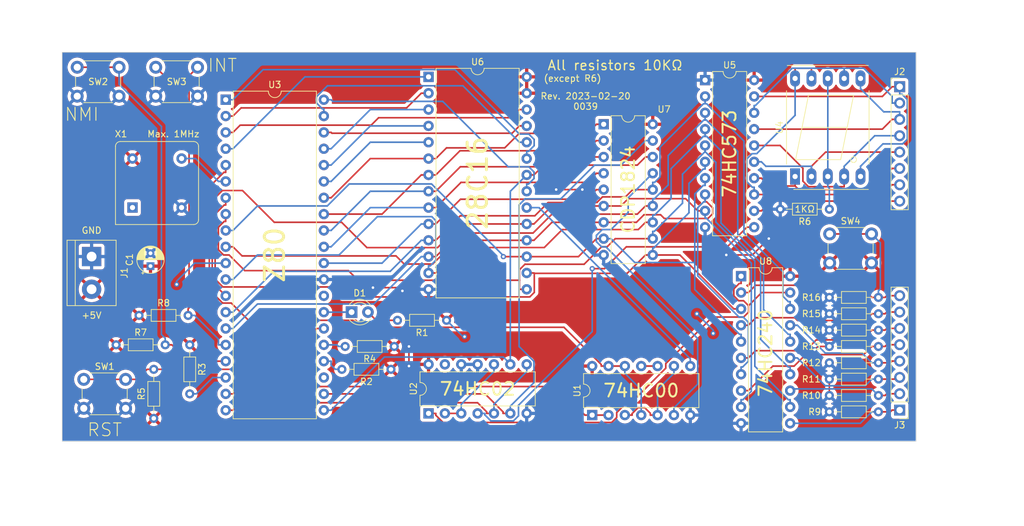
<source format=kicad_pcb>
(kicad_pcb (version 20221018) (generator pcbnew)
  (layers (0 "F.Cu" signal) (31 "B.Cu" signal) (34 "B.Paste" user) (35 "F.Paste" user) (36 "B.SilkS" user "B.Silkscreen") (37 "F.SilkS" user "F.Silkscreen") (38 "B.Mask" user) (39 "F.Mask" user) (44 "Edge.Cuts" user))
  (net 0 "")
  (net 1 "+5V")
  (net 2 "GND")
  (net 3 "Net-(D1-Pad1)")
  (net 4 "Net-(D1-Pad2)")
  (net 5 "DISP_DP")
  (net 6 "DISP_A")
  (net 7 "DISP_B")
  (net 8 "DISP_C")
  (net 9 "DISP_D")
  (net 10 "DISP_E")
  (net 11 "DISP_F")
  (net 12 "Net-(R2-Pad2)")
  (net 13 "Net-(J2-Pad8)")
  (net 14 "Net-(J3-Pad1)")
  (net 15 "Net-(J3-Pad2)")
  (net 16 "Net-(J3-Pad3)")
  (net 17 "Net-(J3-Pad4)")
  (net 18 "Net-(J3-Pad5)")
  (net 19 "Net-(J3-Pad6)")
  (net 20 "Net-(J3-Pad7)")
  (net 21 "Net-(J3-Pad8)")
  (net 22 "NMI")
  (net 23 "INT")
  (net 24 "Net-(R4-Pad2)")
  (net 25 "Net-(R3-Pad2)")
  (net 26 "Net-(R6-Pad1)")
  (net 27 "RST")
  (net 28 "Net-(U1-Pad1)")
  (net 29 "Net-(U1-Pad10)")
  (net 30 "WR")
  (net 31 "MREQ")
  (net 32 "A14")
  (net 33 "A11")
  (net 34 "A12")
  (net 35 "A13")
  (net 36 "A15")
  (net 37 "CLK")
  (net 38 "D4")
  (net 39 "D3")
  (net 40 "D5")
  (net 41 "D6")
  (net 42 "D2")
  (net 43 "D7")
  (net 44 "D0")
  (net 45 "D1")
  (net 46 "Net-(U1-Pad6)")
  (net 47 "Net-(U1-Pad8)")
  (net 48 "RD")
  (net 49 "Net-(U8-Pad1)")
  (net 50 "Net-(U2-Pad10)")
  (net 51 "A0")
  (net 52 "A1")
  (net 53 "A2")
  (net 54 "A3")
  (net 55 "A4")
  (net 56 "A5")
  (net 57 "A6")
  (net 58 "A7")
  (net 59 "A8")
  (net 60 "A9")
  (net 61 "A10")
  (net 63 "IOREQ")
  (net 64 "Net-(U5-Pad11)")
  (footprint "Resistor_THT:R_Axial_DIN0204_L3.6mm_D1.6mm_P7.62mm_Horizontal" (layer "F.Cu") (at 168.91 109.728)
    (fp_text reference "R12")
    (fp_text value "10K")
  )
  (footprint "TerminalBlock:TerminalBlock_bornier-2_P5.08mm" (layer "F.Cu") (at 54.356 93.218 -90)
    (fp_text reference "J1")
    (fp_text value "Screw_Terminal_01x02")
  )
  (footprint "Resistor_THT:R_Axial_DIN0204_L3.6mm_D1.6mm_P7.62mm_Horizontal" (layer "F.Cu") (at 168.91 104.648)
    (fp_text reference "R14")
    (fp_text value "10K")
  )
  (footprint "Resistor_THT:R_Axial_DIN0204_L3.6mm_D1.6mm_P7.62mm_Horizontal" (layer "F.Cu") (at 168.91 85.852 180)
    (fp_text reference "R6")
    (fp_text value "1K")
  )
  (footprint "Resistor_THT:R_Axial_DIN0204_L3.6mm_D1.6mm_P7.62mm_Horizontal" (layer "F.Cu") (at 69.596 106.934 -90)
    (fp_text reference "R3")
    (fp_text value "10K")
  )
  (footprint "Package_DIP:DIP-20_W7.62mm" (layer "F.Cu") (at 149.616 65.791)
    (fp_text reference "U5")
    (fp_text value "74LS573")
  )
  (footprint "Button_Switch_THT:SW_PUSH_6mm_H7.3mm" (layer "F.Cu") (at 52.122 63.79)
    (fp_text reference "SW2")
    (fp_text value "SW_Push_Dual")
  )
  (footprint "Resistor_THT:R_Axial_DIN0204_L3.6mm_D1.6mm_P7.62mm_Horizontal" (layer "F.Cu") (at 168.91 99.568)
    (fp_text reference "R16")
    (fp_text value "10K")
  )
  (footprint "Resistor_THT:R_Axial_DIN0204_L3.6mm_D1.6mm_P7.62mm_Horizontal" (layer "F.Cu") (at 58.166 106.934)
    (fp_text reference "R7")
    (fp_text value "10K")
  )
  (footprint "Resistor_THT:R_Axial_DIN0204_L3.6mm_D1.6mm_P7.62mm_Horizontal" (layer "F.Cu") (at 168.91 114.808)
    (fp_text reference "R10")
    (fp_text value "10K")
  )
  (footprint "Resistor_THT:R_Axial_DIN0204_L3.6mm_D1.6mm_P7.62mm_Horizontal" (layer "F.Cu") (at 168.91 112.268)
    (fp_text reference "R11")
    (fp_text value "10K")
  )
  (footprint "Resistor_THT:R_Axial_DIN0204_L3.6mm_D1.6mm_P7.62mm_Horizontal" (layer "F.Cu") (at 100.838 110.744 180)
    (fp_text reference "R2")
    (fp_text value "10K")
  )
  (footprint "LED_THT:LED_D3.0mm_FlatTop" (layer "F.Cu") (at 94.727 101.854)
    (fp_text reference "D1")
    (fp_text value "LED")
  )
  (footprint "Resistor_THT:R_Axial_DIN0204_L3.6mm_D1.6mm_P7.62mm_Horizontal" (layer "F.Cu") (at 168.91 102.108)
    (fp_text reference "R15")
    (fp_text value "10K")
  )
  (footprint "Resistor_THT:R_Axial_DIN0204_L3.6mm_D1.6mm_P7.62mm_Horizontal" (layer "F.Cu") (at 101.346 107.188 180)
    (fp_text reference "R4")
    (fp_text value "10K")
  )
  (footprint "Package_DIP:DIP-14_W7.62mm" (layer "F.Cu") (at 106.675 117.592 90)
    (fp_text reference "U2")
    (fp_text value "74HC02")
  )
  (footprint "Connector_PinHeader_2.54mm:PinHeader_1x08_P2.54mm_Vertical" (layer "F.Cu") (at 179.832 66.817)
    (fp_text reference "J2")
    (fp_text value "Conn_01x08_Female")
  )
  (footprint "Package_DIP:DIP-14_W7.62mm" (layer "F.Cu") (at 132.08 117.856 90)
    (fp_text reference "U1")
    (fp_text value "74HC00")
  )
  (footprint "Resistor_THT:R_Axial_DIN0204_L3.6mm_D1.6mm_P7.62mm_Horizontal" (layer "F.Cu") (at 109.474 103.124 180)
    (fp_text reference "R1")
    (fp_text value "10K")
  )
  (footprint "Resistor_THT:R_Axial_DIN0204_L3.6mm_D1.6mm_P7.62mm_Horizontal" (layer "F.Cu") (at 168.91 107.188)
    (fp_text reference "R13")
    (fp_text value "10K")
  )
  (footprint "Package_DIP:DIP-40_W15.24mm" (layer "F.Cu") (at 75.179 68.839)
    (fp_text reference "U3")
    (fp_text value "Z80CPU")
  )
  (footprint "Button_Switch_THT:SW_PUSH_6mm_H7.3mm" (layer "F.Cu") (at 64.314 63.79)
    (fp_text reference "SW3")
    (fp_text value "SW_Push_Dual")
  )
  (footprint "Package_DIP:DIP-18_W7.62mm" (layer "F.Cu") (at 133.868 72.654)
    (fp_text reference "U7")
    (fp_text value "CDP1824")
  )
  (footprint "Connector_PinHeader_2.54mm:PinHeader_1x08_P2.54mm_Vertical" (layer "F.Cu") (at 179.832 117.079 180)
    (fp_text reference "J3")
    (fp_text value "Conn_01x08_Female")
  )
  (footprint "Capacitor_THT:CP_Radial_D4.0mm_P2.00mm" (layer "F.Cu") (at 63.5 94.6986 90)
    (fp_text reference "C1")
    (fp_text value "100µF")
  )
  (footprint "Display_7Segment:7SegmentLED_LTS6760_LTS6780" (layer "F.Cu") (at 163.592 80.772 90)
    (fp_text reference "U4")
    (fp_text value "SM420561N")
  )
  (footprint "Resistor_THT:R_Axial_DIN0204_L3.6mm_D1.6mm_P7.62mm_Horizontal" (layer "F.Cu") (at 168.91 117.348)
    (fp_text reference "R9")
    (fp_text value "10K")
  )
  (footprint "Package_DIP:DIP-28_W15.24mm" (layer "F.Cu") (at 106.675 65.288)
    (fp_text reference "U6")
    (fp_text value "28C256")
  )
  (footprint "Resistor_THT:R_Axial_DIN0204_L3.6mm_D1.6mm_P7.62mm_Horizontal" (layer "F.Cu") (at 61.722 102.362)
    (fp_text reference "R8")
    (fp_text value "10K")
  )
  (footprint "Button_Switch_THT:SW_PUSH_6mm_H7.3mm" (layer "F.Cu") (at 168.962 89.698)
    (fp_text reference "SW4")
    (fp_text value "SW_Push_Dual")
  )
  (footprint "Resistor_THT:R_Axial_DIN0204_L3.6mm_D1.6mm_P7.62mm_Horizontal" (layer "F.Cu") (at 64.008 118.364 90)
    (fp_text reference "R5")
    (fp_text value "10K")
  )
  (footprint "Package_DIP:DIP-20_W7.62mm" (layer "F.Cu") (at 155.204 96.271)
    (fp_text reference "U8")
    (fp_text value "74HC240")
  )
  (footprint "Oscillator:Oscillator_DIP-8" (layer "F.Cu") (at 60.706 85.598)
    (fp_text reference "X1")
    (fp_text value "CXO_DIP8")
  )
  (footprint "Button_Switch_THT:SW_PUSH_6mm_H7.3mm" (layer "F.Cu") (at 53.138 112.304)
    (fp_text reference "SW1")
    (fp_text value "SW_Push_Dual")
  )
  (gr_rect (start 49.784 61.468) (end 182.372 121.92) (stroke (width 0.1)) (fill none) (layer "Edge.Cuts"))
  (gr_text "NMI" (at 52.832 71.12) (layer "F.SilkS") (effects (font (size 2 2))))
  (gr_text "(except R6)" (at 129.032 65.532) (layer "F.SilkS") (effects (font (size 1 1))))
  (gr_text "GND" (at 54.356 89.154) (layer "F.SilkS") (effects (font (size 1 1))))
  (gr_text "Max. 1MHz" (at 67.056 74.168) (layer "F.SilkS") (effects (font (size 1 1))))
  (gr_text "CDP1824" (at 137.668 82.804 90) (layer "F.SilkS") (effects (font (size 2 2) (thickness 0.3))))
  (gr_text "+5V" (at 54.356 102.362) (layer "F.SilkS") (effects (font (size 1 1))))
  (gr_text "74HC573" (at 153.416 77.216 90) (layer "F.SilkS") (effects (font (size 2 2) (thickness 0.3))))
  (gr_text "28C16" (at 114.3 81.788 90) (layer "F.SilkS") (effects (font (size 3 3) (thickness 0.45))))
  (gr_text "INT" (at 74.676 63.5) (layer "F.SilkS") (effects (font (size 2 2))))
  (gr_text "74HC240" (at 159.004 108.204 90) (layer "F.SilkS") (effects (font (size 2 2) (thickness 0.3))))
  (gr_text "Z80" (at 82.804 92.964 90) (layer "F.SilkS") (effects (font (size 3 3) (thickness 0.45))))
  (gr_text "RST" (at 56.388 120.142) (layer "F.SilkS") (effects (font (size 2 2))))
  (gr_text "1KΩ" (at 165.1 85.852) (layer "F.SilkS") (effects (font (size 1 1))))
  (gr_text "Rev. 2023-02-20\n0039" (at 131.064 69.088) (layer "F.SilkS") (effects (font (size 1 1))))
  (gr_text "All resistors 10KΩ" (at 135.636 63.5) (layer "F.SilkS") (effects (font (size 1.5 1.5) (thickness 0.2))))
  (gr_text "74HC00" (at 139.705 114.056) (layer "F.SilkS") (effects (font (size 2 2) (thickness 0.3))))
  (gr_text "74HC02" (at 114.3 113.792) (layer "F.SilkS") (effects (font (size 2 2) (thickness 0.3))))
  (via (at 150.876 105.156) (size 0.8) (drill 0.4) (layers "F.Cu" "B.Cu") (net 1))
  (via (at 112.268 105.664) (size 0.8) (drill 0.4) (layers "F.Cu" "B.Cu") (net 1))
  (via (at 67.564 97.536) (size 0.8) (drill 0.4) (layers "F.Cu" "B.Cu") (net 1))
  (via (at 148.336 102.108) (size 0.8) (drill 0.4) (layers "F.Cu" "B.Cu") (net 1))
  (segment (start 109.474 103.124) (end 112.014 105.664) (width 0.25) (layer "B.Cu") (net 1))
  (segment (start 70.353 94.239) (end 75.179 94.239) (width 0.25) (layer "B.Cu") (net 1))
  (segment (start 150.876 104.648) (end 150.876 105.156) (width 0.25) (layer "B.Cu") (net 1))
  (segment (start 67.564 97.536) (end 67.564 97.028) (width 0.25) (layer "B.Cu") (net 1))
  (segment (start 112.014 105.664) (end 112.268 105.664) (width 0.25) (layer "B.Cu") (net 1))
  (segment (start 67.564 97.028) (end 70.353 94.239) (width 0.25) (layer "B.Cu") (net 1))
  (segment (start 148.336 102.108) (end 150.876 104.648) (width 0.25) (layer "B.Cu") (net 1))
  (segment (start 167.132 107.188) (end 166.624 107.696) (width 0.25) (layer "F.Cu") (net 2))
  (segment (start 98.044 98.044) (end 102.108 98.044) (width 0.25) (layer "F.Cu") (net 2))
  (segment (start 102.108 98.044) (end 102.616 98.552) (width 0.25) (layer "F.Cu") (net 2))
  (segment (start 103.632 107.188) (end 103.632 110.236) (width 0.25) (layer "F.Cu") (net 2))
  (segment (start 168.91 112.268) (end 168.91 114.808) (width 0.25) (layer "F.Cu") (net 2))
  (segment (start 130.556 82.804) (end 126.492 82.804) (width 0.25) (layer "F.Cu") (net 2))
  (segment (start 156.972 92.964) (end 159.512 90.424) (width 0.25) (layer "F.Cu") (net 2))
  (segment (start 168.91 107.188) (end 167.132 107.188) (width 0.25) (layer "F.Cu") (net 2))
  (segment (start 152.908 92.964) (end 156.972 92.964) (width 0.25) (layer "F.Cu") (net 2))
  (via (at 159.512 90.424) (size 0.8) (drill 0.4) (layers "F.Cu" "B.Cu") (net 2))
  (via (at 98.044 98.044) (size 0.8) (drill 0.4) (layers "F.Cu" "B.Cu") (net 2))
  (via (at 103.632 107.188) (size 0.8) (drill 0.4) (layers "F.Cu" "B.Cu") (net 2))
  (via (at 166.624 107.696) (size 0.8) (drill 0.4) (layers "F.Cu" "B.Cu") (net 2))
  (via (at 103.632 110.236) (size 0.8) (drill 0.4) (layers "F.Cu" "B.Cu") (net 2))
  (via (at 126.492 82.804) (size 0.8) (drill 0.4) (layers "F.Cu" "B.Cu") (net 2))
  (via (at 102.616 98.552) (size 0.8) (drill 0.4) (layers "F.Cu" "B.Cu") (net 2))
  (via (at 130.556 82.804) (size 0.8) (drill 0.4) (layers "F.Cu" "B.Cu") (net 2))
  (via (at 152.908 92.964) (size 0.8) (drill 0.4) (layers "F.Cu" "B.Cu") (net 2))
  (segment (start 94.727 101.854) (end 93.5019 101.854) (width 0.25) (layer "B.Cu") (net 3))
  (segment (start 93.4969 101.859) (end 93.5019 101.854) (width 0.25) (layer "B.Cu") (net 3))
  (segment (start 90.419 101.859) (end 93.4969 101.859) (width 0.25) (layer "B.Cu") (net 3))
  (segment (start 98.537 103.124) (end 97.267 101.854) (width 0.25) (layer "F.Cu") (net 4))
  (segment (start 101.854 103.124) (end 98.537 103.124) (width 0.25) (layer "F.Cu") (net 4))
  (segment (start 178.6569 66.817) (end 177.1429 68.331) (width 0.25) (layer "F.Cu") (net 5))
  (segment (start 177.1429 68.331) (end 157.236 68.331) (width 0.25) (layer "F.Cu") (net 5))
  (segment (start 179.832 66.817) (end 178.6569 66.817) (width 0.25) (layer "F.Cu") (net 5))
  (segment (start 180.1992 67.9921) (end 181.0211 68.814) (width 0.25) (layer "B.Cu") (net 5))
  (segment (start 180.2941 75.707) (end 177.2299 75.707) (width 0.25) (layer "B.Cu") (net 5))
  (segment (start 179.832 66.817) (end 179.832 67.9921) (width 0.25) (layer "B.Cu") (net 5))
  (segment (start 181.0211 74.98) (end 180.2941 75.707) (width 0.25) (layer "B.Cu") (net 5))
  (segment (start 179.832 67.9921) (end 180.1992 67.9921) (width 0.25) (layer "B.Cu") (net 5))
  (segment (start 173.752 80.772) (end 173.752 79.1849) (width 0.25) (layer "B.Cu") (net 5))
  (segment (start 181.0211 68.814) (end 181.0211 74.98) (width 0.25) (layer "B.Cu") (net 5))
  (segment (start 177.2299 75.707) (end 173.752 79.1849) (width 0.25) (layer "B.Cu") (net 5))
  (segment (start 163.1332 63.9449) (end 158.6508 68.4273) (width 0.25) (layer "B.Cu") (net 6))
  (segment (start 158.6508 68.5198) (end 157.4247 69.7459) (width 0.25) (layer "B.Cu") (net 6))
  (segment (start 171.212 65.532) (end 171.212 64.0574) (width 0.25) (layer "B.Cu") (net 6))
  (segment (start 158.6508 68.4273) (end 158.6508 68.5198) (width 0.25) (layer "B.Cu") (net 6))
  (segment (start 171.212 63.9449) (end 163.1332 63.9449) (width 0.25) (layer "B.Cu") (net 6))
  (segment (start 178.6569 68.3288) (end 174.273 63.9449) (width 0.25) (layer "B.Cu") (net 6))
  (segment (start 157.4247 69.7459) (end 157.236 69.7459) (width 0.25) (layer "B.Cu") (net 6))
  (segment (start 178.6569 69.357) (end 178.6569 68.3288) (width 0.25) (layer "B.Cu") (net 6))
  (segment (start 157.236 70.871) (end 157.236 69.7459) (width 0.25) (layer "B.Cu") (net 6))
  (segment (start 171.212 64.0574) (end 171.212 63.9449) (width 0.25) (layer "B.Cu") (net 6))
  (segment (start 179.832 69.357) (end 178.6569 69.357) (width 0.25) (layer "B.Cu") (net 6))
  (segment (start 174.273 63.9449) (end 171.212 63.9449) (width 0.25) (layer "B.Cu") (net 6))
  (segment (start 177.1429 73.411) (end 178.6569 71.897) (width 0.25) (layer "F.Cu") (net 7))
  (segment (start 179.832 71.897) (end 178.6569 71.897) (width 0.25) (layer "F.Cu") (net 7))
  (segment (start 157.236 73.411) (end 177.1429 73.411) (width 0.25) (layer "F.Cu") (net 7))
  (segment (start 179.832 70.7219) (end 177.3548 70.7219) (width 0.25) (layer "B.Cu") (net 7))
  (segment (start 179.832 71.897) (end 179.832 70.7219) (width 0.25) (layer "B.Cu") (net 7))
  (segment (start 173.752 65.532) (end 173.752 67.1191) (width 0.25) (layer "B.Cu") (net 7))
  (segment (start 177.3548 70.7219) (end 173.752 67.1191) (width 0.25) (layer "B.Cu") (net 7))
  (segment (start 165.6704 82.3591) (end 164.8048 81.4935) (width 0.25) (layer "F.Cu") (net 8))
  (segment (start 164.8048 81.4935) (end 164.8048 79.4918) (width 0.25) (layer "F.Cu") (net 8))
  (segment (start 164.8048 79.4918) (end 161.264 75.951) (width 0.25) (layer "F.Cu") (net 8))
  (segment (start 161.264 75.951) (end 157.236 75.951) (width 0.25) (layer "F.Cu") (net 8))
  (segment (start 171.212 82.3591) (end 165.6704 82.3591) (width 0.25) (layer "F.Cu") (net 8))
  (segment (start 171.212 80.772) (end 171.212 82.3591) (width 0.25) (layer "F.Cu") (net 8))
  (segment (start 179.832 74.437) (end 175.9599 74.437) (width 0.25) (layer "B.Cu") (net 8))
  (segment (start 175.9599 74.437) (end 171.212 79.1849) (width 0.25) (layer "B.Cu") (net 8))
  (segment (start 171.212 80.772) (end 171.212 79.1849) (width 0.25) (layer "B.Cu") (net 8))
  (segment (start 166.132 80.772) (end 166.132 79.1849) (width 0.25) (layer "F.Cu") (net 9))
  (segment (start 179.832 76.977) (end 168.3399 76.977) (width 0.25) (layer "F.Cu") (net 9))
  (segment (start 168.3399 76.977) (end 166.132 79.1849) (width 0.25) (layer "F.Cu") (net 9))
  (segment (start 159.055 79.1849) (end 158.3611 78.491) (width 0.25) (layer "B.Cu") (net 9))
  (segment (start 166.132 80.772) (end 166.132 79.1849) (width 0.25) (layer "B.Cu") (net 9))
  (segment (start 157.236 78.491) (end 158.3611 78.491) (width 0.25) (layer "B.Cu") (net 9))
  (segment (start 166.132 79.1849) (end 159.055 79.1849) (width 0.25) (layer "B.Cu") (net 9))
  (segment (start 179.832 79.517) (end 178.6569 79.517) (width 0.25) (layer "F.Cu") (net 10))
  (segment (start 163.592 82.2465) (end 164.1547 82.8092) (width 0.25) (layer "F.Cu") (net 10))
  (segment (start 158.3611 81.031) (end 159.5766 82.2465) (width 0.25) (layer "F.Cu") (net 10))
  (segment (start 159.5766 82.2465) (end 163.592 82.2465) (width 0.25) (layer "F.Cu") (net 10))
  (segment (start 175.3647 82.8092) (end 178.6569 79.517) (width 0.25) (layer "F.Cu") (net 10))
  (segment (start 163.592 80.772) (end 163.592 82.2465) (width 0.25) (layer "F.Cu") (net 10))
  (segment (start 164.1547 82.8092) (end 175.3647 82.8092) (width 0.25) (layer "F.Cu") (net 10))
  (segment (start 157.236 81.031) (end 158.3611 81.031) (width 0.25) (layer "F.Cu") (net 10))
  (segment (start 163.592 65.532) (end 163.592 63.9449) (width 0.25) (layer "F.Cu") (net 11))
  (segment (start 166.132 65.532) (end 166.132 63.9449) (width 0.25) (layer "F.Cu") (net 11))
  (segment (start 177.1429 83.571) (end 157.236 83.571) (width 0.25) (layer "F.Cu") (net 11))
  (segment (start 179.832 82.057) (end 178.6569 82.057) (width 0.25) (layer "F.Cu") (net 11))
  (segment (start 178.6569 82.057) (end 177.1429 83.571) (width 0.25) (layer "F.Cu") (net 11))
  (segment (start 163.592 63.9449) (end 166.132 63.9449) (width 0.25) (layer "F.Cu") (net 11))
  (segment (start 157.236 83.571) (end 157.236 82.4459) (width 0.25) (layer "B.Cu") (net 11))
  (segment (start 156.1018 81.593) (end 156.1018 78.0301) (width 0.25) (layer "B.Cu") (net 11))
  (segment (start 163.592 71.265) (end 163.592 65.532) (width 0.25) (layer "B.Cu") (net 11))
  (segment (start 157.236 82.4459) (end 156.9547 82.4459) (width 0.25) (layer "B.Cu") (net 11))
  (segment (start 156.9109 77.221) (end 157.636 77.221) (width 0.25) (layer "B.Cu") (net 11))
  (segment (start 156.9547 82.4459) (end 156.1018 81.593) (width 0.25) (layer "B.Cu") (net 11))
  (segment (start 156.1018 78.0301) (end 156.9109 77.221) (width 0.25) (layer "B.Cu") (net 11))
  (segment (start 157.636 77.221) (end 163.592 71.265) (width 0.25) (layer "B.Cu") (net 11))
  (segment (start 91.5441 109.479) (end 91.5441 110.0952) (width 0.25) (layer "B.Cu") (net 12))
  (segment (start 93.218 110.744) (end 92.1929 110.744) (width 0.25) (layer "B.Cu") (net 12))
  (segment (start 91.5441 110.0952) (end 92.1929 110.744) (width 0.25) (layer "B.Cu") (net 12))
  (segment (start 90.419 109.479) (end 91.5441 109.479) (width 0.25) (layer "B.Cu") (net 12))
  (segment (start 159.8751 84.597) (end 158.3611 86.111) (width 0.25) (layer "F.Cu") (net 13))
  (segment (start 157.236 86.111) (end 158.3611 86.111) (width 0.25) (layer "F.Cu") (net 13))
  (segment (start 179.832 84.597) (end 159.8751 84.597) (width 0.25) (layer "F.Cu") (net 13))
  (segment (start 178.3879 117.348) (end 178.6569 117.079) (width 0.25) (layer "F.Cu") (net 14))
  (segment (start 179.832 117.079) (end 178.6569 117.079) (width 0.25) (layer "F.Cu") (net 14))
  (segment (start 176.53 117.348) (end 178.3879 117.348) (width 0.25) (layer "F.Cu") (net 14))
  (segment (start 162.824 119.131) (end 173.7219 119.131) (width 0.25) (layer "B.Cu") (net 14))
  (segment (start 173.7219 119.131) (end 175.5049 117.348) (width 0.25) (layer "B.Cu") (net 14))
  (segment (start 176.53 117.348) (end 175.5049 117.348) (width 0.25) (layer "B.Cu") (net 14))
  (segment (start 176.53 114.808) (end 177.5551 114.808) (width 0.25) (layer "F.Cu") (net 15))
  (segment (start 179.832 114.539) (end 177.8241 114.539) (width 0.25) (layer "F.Cu") (net 15))
  (segment (start 177.8241 114.539) (end 177.5551 114.808) (width 0.25) (layer "F.Cu") (net 15))
  (segment (start 175.505 113.783) (end 176.53 114.808) (width 0.25) (layer "B.Cu") (net 15))
  (segment (start 163.092 113.783) (end 175.505 113.783) (width 0.25) (layer "B.Cu") (net 15))
  (segment (start 162.824 114.051) (end 163.092 113.783) (width 0.25) (layer "B.Cu") (net 15))
  (segment (start 179.832 111.999) (end 179.2445 111.999) (width 0.25) (layer "F.Cu") (net 16))
  (segment (start 178.9755 112.268) (end 179.2445 111.999) (width 0.25) (layer "F.Cu") (net 16))
  (segment (start 176.53 112.268) (end 177.5551 112.268) (width 0.25) (layer "F.Cu") (net 16))
  (segment (start 177.5551 112.268) (end 178.9755 112.268) (width 0.25) (layer "F.Cu") (net 16))
  (segment (start 174.4776 113.2953) (end 175.5049 112.268) (width 0.25) (layer "B.Cu") (net 16))
  (segment (start 162.824 108.971) (end 163.9491 108.971) (width 0.25) (layer "B.Cu") (net 16))
  (segment (start 168.2734 113.2953) (end 174.4776 113.2953) (width 0.25) (layer "B.Cu") (net 16))
  (segment (start 176.53 112.268) (end 175.5049 112.268) (width 0.25) (layer "B.Cu") (net 16))
  (segment (start 163.9491 108.971) (end 168.2734 113.2953) (width 0.25) (layer "B.Cu") (net 16))
  (segment (start 178.3879 109.728) (end 178.6569 109.459) (width 0.25) (layer "F.Cu") (net 17))
  (segment (start 179.832 109.459) (end 178.6569 109.459) (width 0.25) (layer "F.Cu") (net 17))
  (segment (start 176.53 109.728) (end 178.3879 109.728) (width 0.25) (layer "F.Cu") (net 17))
  (segment (start 176.53 109.728) (end 175.5049 109.728) (width 0.25) (layer "B.Cu") (net 17))
  (segment (start 173.9901 108.2132) (end 175.5049 109.728) (width 0.25) (layer "B.Cu") (net 17))
  (segment (start 162.824 103.891) (end 163.9491 103.891) (width 0.25) (layer "B.Cu") (net 17))
  (segment (start 168.2713 108.2132) (end 173.9901 108.2132) (width 0.25) (layer "B.Cu") (net 17))
  (segment (start 163.9491 103.891) (end 168.2713 108.2132) (width 0.25) (layer "B.Cu") (net 17))
  (segment (start 177.8241 106.919) (end 177.5551 107.188) (width 0.25) (layer "F.Cu") (net 18))
  (segment (start 163.4439 110.241) (end 165.2269 108.458) (width 0.25) (layer "F.Cu") (net 18))
  (segment (start 160.1391 110.241) (end 163.4439 110.241) (width 0.25) (layer "F.Cu") (net 18))
  (segment (start 179.832 106.919) (end 177.8241 106.919) (width 0.25) (layer "F.Cu") (net 18))
  (segment (start 174.2349 108.458) (end 175.5049 107.188) (width 0.25) (layer "F.Cu") (net 18))
  (segment (start 176.53 107.188) (end 177.5551 107.188) (width 0.25) (layer "F.Cu") (net 18))
  (segment (start 165.2269 108.458) (end 174.2349 108.458) (width 0.25) (layer "F.Cu") (net 18))
  (segment (start 156.3291 114.051) (end 160.1391 110.241) (width 0.25) (layer "F.Cu") (net 18))
  (segment (start 155.204 114.051) (end 156.3291 114.051) (width 0.25) (layer "F.Cu") (net 18))
  (segment (start 176.53 107.188) (end 175.5049 107.188) (width 0.25) (layer "F.Cu") (net 18))
  (segment (start 179.832 104.379) (end 177.8241 104.379) (width 0.25) (layer "F.Cu") (net 19))
  (segment (start 156.3291 108.971) (end 157.4542 107.8459) (width 0.25) (layer "F.Cu") (net 19))
  (segment (start 176.53 104.648) (end 177.5551 104.648) (width 0.25) (layer "F.Cu") (net 19))
  (segment (start 173.9901 106.1628) (end 175.5049 104.648) (width 0.25) (layer "F.Cu") (net 19))
  (segment (start 157.4542 107.8459) (end 165.2023 107.8459) (width 0.25) (layer "F.Cu") (net 19))
  (segment (start 166.8854 106.1628) (end 173.9901 106.1628) (width 0.25) (layer "F.Cu") (net 19))
  (segment (start 177.8241 104.379) (end 177.5551 104.648) (width 0.25) (layer "F.Cu") (net 19))
  (segment (start 165.2023 107.8459) (end 166.8854 106.1628) (width 0.25) (layer "F.Cu") (net 19))
  (segment (start 176.53 104.648) (end 175.5049 104.648) (width 0.25) (layer "F.Cu") (net 19))
  (segment (start 155.204 108.971) (end 156.3291 108.971) (width 0.25) (layer "F.Cu") (net 19))
  (segment (start 176.53 102.108) (end 177.5551 102.108) (width 0.25) (layer "F.Cu") (net 20))
  (segment (start 155.204 103.891) (end 156.3291 103.891) (width 0.25) (layer "F.Cu") (net 20))
  (segment (start 174.4602 103.1527) (end 175.5049 102.108) (width 0.25) (layer "F.Cu") (net 20))
  (segment (start 163.9687 103.1527) (end 174.4602 103.1527) (width 0.25) (layer "F.Cu") (net 20))
  (segment (start 179.832 101.839) (end 177.8241 101.839) (width 0.25) (layer "F.Cu") (net 20))
  (segment (start 163.5386 102.7226) (end 163.9687 103.1527) (width 0.25) (layer "F.Cu") (net 20))
  (segment (start 157.4975 102.7226) (end 163.5386 102.7226) (width 0.25) (layer "F.Cu") (net 20))
  (segment (start 176.53 102.108) (end 175.5049 102.108) (width 0.25) (layer "F.Cu") (net 20))
  (segment (start 177.8241 101.839) (end 177.5551 102.108) (width 0.25) (layer "F.Cu") (net 20))
  (segment (start 156.3291 103.891) (end 157.4975 102.7226) (width 0.25) (layer "F.Cu") (net 20))
  (segment (start 156.3291 98.811) (end 157.462 97.6781) (width 0.25) (layer "F.Cu") (net 21))
  (segment (start 177.8241 99.299) (end 177.5551 99.568) (width 0.25) (layer "F.Cu") (net 21))
  (segment (start 168.962 89.698) (end 175.462 89.698) (width 0.25) (layer "F.Cu") (net 21))
  (segment (start 176.53 99.568) (end 177.5551 99.568) (width 0.25) (layer "F.Cu") (net 21))
  (segment (start 155.204 98.811) (end 156.3291 98.811) (width 0.25) (layer "F.Cu") (net 21))
  (segment (start 173.615 97.6781) (end 175.5049 99.568) (width 0.25) (layer "F.Cu") (net 21))
  (segment (start 176.53 99.568) (end 175.5049 99.568) (width 0.25) (layer "F.Cu") (net 21))
  (segment (start 179.832 99.299) (end 177.8241 99.299) (width 0.25) (layer "F.Cu") (net 21))
  (segment (start 157.462 97.6781) (end 173.615 97.6781) (width 0.25) (layer "F.Cu") (net 21))
  (segment (start 175.462 89.698) (end 176.8258 91.0618) (width 0.25) (layer "B.Cu") (net 21))
  (segment (start 176.8258 91.0618) (end 176.8258 98.2471) (width 0.25) (layer "B.Cu") (net 21))
  (segment (start 176.8258 98.2471) (end 176.53 98.5429) (width 0.25) (layer "B.Cu") (net 21))
  (segment (start 176.53 99.568) (end 176.53 98.5429) (width 0.25) (layer "B.Cu") (net 21))
  (segment (start 75.179 109.479) (end 69.3561 109.479) (width 0.25) (layer "F.Cu") (net 22))
  (segment (start 69.3561 109.479) (end 66.8111 106.934) (width 0.25) (layer "F.Cu") (net 22))
  (segment (start 58.622 63.79) (end 52.122 63.79) (width 0.25) (layer "F.Cu") (net 22))
  (segment (start 65.786 106.934) (end 66.8111 106.934) (width 0.25) (layer "F.Cu") (net 22))
  (segment (start 65.1994 72.9932) (end 58.622 66.4158) (width 0.25) (layer "B.Cu") (net 22))
  (segment (start 65.1994 105.3223) (end 65.1994 72.9932) (width 0.25) (layer "B.Cu") (net 22))
  (segment (start 65.786 105.9089) (end 65.1994 105.3223) (width 0.25) (layer "B.Cu") (net 22))
  (segment (start 65.786 106.934) (end 65.786 105.9089) (width 0.25) (layer "B.Cu") (net 22))
  (segment (start 58.622 66.4158) (end 58.622 63.79) (width 0.25) (layer "B.Cu") (net 22))
  (segment (start 69.342 102.362) (end 69.342 101.3369) (width 0.25) (layer "F.Cu") (net 23))
  (segment (start 69.4887 65.1153) (end 70.814 63.79) (width 0.25) (layer "F.Cu") (net 23))
  (segment (start 69.4887 65.1153) (end 65.6393 65.1153) (width 0.25) (layer "F.Cu") (net 23))
  (segment (start 69.342 101.3369) (end 69.4887 101.1902) (width 0.25) (layer "F.Cu") (net 23))
  (segment (start 69.4887 101.1902) (end 69.4887 65.1153) (width 0.25) (layer "F.Cu") (net 23))
  (segment (start 65.6393 65.1153) (end 64.314 63.79) (width 0.25) (layer "F.Cu") (net 23))
  (segment (start 70.3671 102.362) (end 74.0539 106.0488) (width 0.25) (layer "B.Cu") (net 23))
  (segment (start 75.179 106.939) (end 74.0539 106.939) (width 0.25) (layer "B.Cu") (net 23))
  (segment (start 69.342 102.362) (end 70.3671 102.362) (width 0.25) (layer "B.Cu") (net 23))
  (segment (start 74.0539 106.0488) (end 74.0539 106.939) (width 0.25) (layer "B.Cu") (net 23))
  (segment (start 93.726 107.188) (end 92.7009 107.188) (width 0.25) (layer "B.Cu") (net 24))
  (segment (start 90.419 106.939) (end 92.4519 106.939) (width 0.25) (layer "B.Cu") (net 24))
  (segment (start 92.4519 106.939) (end 92.7009 107.188) (width 0.25) (layer "B.Cu") (net 24))
  (segment (start 73.1561 112.019) (end 70.6211 114.554) (width 0.25) (layer "B.Cu") (net 25))
  (segment (start 69.596 114.554) (end 70.6211 114.554) (width 0.25) (layer "B.Cu") (net 25))
  (segment (start 75.179 112.019) (end 73.1561 112.019) (width 0.25) (layer "B.Cu") (net 25))
  (segment (start 168.91 85.852) (end 168.91 82.5971) (width 0.25) (layer "B.Cu") (net 26))
  (segment (start 168.672 80.772) (end 168.672 82.3591) (width 0.25) (layer "B.Cu") (net 26))
  (segment (start 168.91 82.5971) (end 168.672 82.3591) (width 0.25) (layer "B.Cu") (net 26))
  (segment (start 168.672 65.532) (end 168.672 80.772) (width 0.25) (layer "B.Cu") (net 26))
  (segment (start 64.008 110.744) (end 82.9489 110.744) (width 0.25) (layer "F.Cu") (net 27))
  (segment (start 53.138 112.304) (end 59.638 112.304) (width 0.25) (layer "F.Cu") (net 27))
  (segment (start 61.4229 112.304) (end 62.9829 110.744) (width 0.25) (layer "F.Cu") (net 27))
  (segment (start 59.638 112.304) (end 61.4229 112.304) (width 0.25) (layer "F.Cu") (net 27))
  (segment (start 82.9489 110.744) (end 89.2939 104.399) (width 0.25) (layer "F.Cu") (net 27))
  (segment (start 90.419 104.399) (end 89.2939 104.399) (width 0.25) (layer "F.Cu") (net 27))
  (segment (start 64.008 110.744) (end 62.9829 110.744) (width 0.25) (layer "F.Cu") (net 27))
  (segment (start 77.4435 113.4196) (end 126.5185 113.4196) (width 0.25) (layer "F.Cu") (net 28))
  (segment (start 126.5185 113.4196) (end 130.9549 117.856) (width 0.25) (layer "F.Cu") (net 28))
  (segment (start 75.179 114.559) (end 76.3041 114.559) (width 0.25) (layer "F.Cu") (net 28))
  (segment (start 132.08 117.856) (end 130.9549 117.856) (width 0.25) (layer "F.Cu") (net 28))
  (segment (start 76.3041 114.559) (end 77.4435 113.4196) (width 0.25) (layer "F.Cu") (net 28))
  (segment (start 134.62 117.856) (end 132.08 117.856) (width 0.25) (layer "F.Cu") (net 28))
  (segment (start 139.7 110.236) (end 142.24 110.236) (width 0.25) (layer "F.Cu") (net 29))
  (segment (start 90.419 114.559) (end 115.45 114.559) (width 0.25) (layer "F.Cu") (net 30))
  (segment (start 119.375 117.592) (end 118.2499 117.592) (width 0.25) (layer "F.Cu") (net 30))
  (segment (start 118.2499 117.3589) (end 118.2499 117.592) (width 0.25) (layer "F.Cu") (net 30))
  (segment (start 115.45 114.559) (end 118.2499 117.3589) (width 0.25) (layer "F.Cu") (net 30))
  (segment (start 119.375 116.4669) (end 123.045 112.7969) (width 0.25) (layer "B.Cu") (net 30))
  (segment (start 141.488 75.194) (end 140.3629 75.194) (width 0.25) (layer "B.Cu") (net 30))
  (segment (start 121.6766 84.2459) (end 127.2074 84.2459) (width 0.25) (layer "B.Cu") (net 30))
  (segment (start 127.2074 84.2459) (end 132.4493 79.004) (width 0.25) (layer "B.Cu") (net 30))
  (segment (start 136.5529 79.004) (end 140.3629 75.194) (width 0.25) (layer "B.Cu") (net 30))
  (segment (start 123.045 109.5026) (end 120.7353 107.1929) (width 0.25) (layer "B.Cu") (net 30))
  (segment (start 120.7353 107.1929) (end 120.7353 85.1872) (width 0.25) (layer "B.Cu") (net 30))
  (segment (start 132.4493 79.004) (end 136.5529 79.004) (width 0.25) (layer "B.Cu") (net 30))
  (segment (start 120.7353 85.1872) (end 121.6766 84.2459) (width 0.25) (layer "B.Cu") (net 30))
  (segment (start 123.045 112.7969) (end 123.045 109.5026) (width 0.25) (layer "B.Cu") (net 30))
  (segment (start 119.375 117.592) (end 119.375 116.4669) (width 0.25) (layer "B.Cu") (net 30))
  (segment (start 140.253 116.7128) (end 139.1951 116.7128) (width 0.25) (layer "F.Cu") (net 31))
  (segment (start 139.1951 116.7128) (end 138.2851 117.6228) (width 0.25) (layer "F.Cu") (net 31))
  (segment (start 137.16 117.856) (end 138.2851 117.856) (width 0.25) (layer "F.Cu") (net 31))
  (segment (start 138.2851 117.6228) (end 138.2851 117.856) (width 0.25) (layer "F.Cu") (net 31))
  (segment (start 142.24 117.856) (end 141.1149 117.856) (width 0.25) (layer "F.Cu") (net 31))
  (segment (start 141.1149 117.856) (end 141.1149 117.5747) (width 0.25) (layer "F.Cu") (net 31))
  (segment (start 141.1149 117.5747) (end 140.253 116.7128) (width 0.25) (layer "F.Cu") (net 31))
  (segment (start 144.78 110.236) (end 144.78 111.3611) (width 0.25) (layer "B.Cu") (net 31))
  (segment (start 144.78 111.3611) (end 142.24 113.9011) (width 0.25) (layer "B.Cu") (net 31))
  (segment (start 142.24 113.9011) (end 142.24 117.856) (width 0.25) (layer "B.Cu") (net 31))
  (segment (start 87.4751 65.288) (end 106.675 65.288) (width 0.25) (layer "B.Cu") (net 32))
  (segment (start 76.3041 76.459) (end 87.4751 65.288) (width 0.25) (layer "B.Cu") (net 32))
  (segment (start 75.179 76.459) (end 76.3041 76.459) (width 0.25) (layer "B.Cu") (net 32))
  (segment (start 110.7746 64.1628) (end 80.9803 64.1628) (width 0.25) (layer "B.Cu") (net 33))
  (segment (start 121.915 76.8629) (end 122.1963 76.8629) (width 0.25) (layer "B.Cu") (net 33))
  (segment (start 122.1963 76.8629) (end 123.074 75.9852) (width 0.25) (layer "B.Cu") (net 33))
  (segment (start 120.7898 74.178) (end 110.7746 64.1628) (width 0.25) (layer "B.Cu") (net 33))
  (segment (start 80.9803 64.1628) (end 76.3041 68.839) (width 0.25) (layer "B.Cu") (net 33))
  (segment (start 123.074 75.0074) (end 122.2446 74.178) (width 0.25) (layer "B.Cu") (net 33))
  (segment (start 123.074 75.9852) (end 123.074 75.0074) (width 0.25) (layer "B.Cu") (net 33))
  (segment (start 122.2446 74.178) (end 120.7898 74.178) (width 0.25) (layer "B.Cu") (net 33))
  (segment (start 75.179 68.839) (end 76.3041 68.839) (width 0.25) (layer "B.Cu") (net 33))
  (segment (start 121.915 77.988) (end 121.915 76.8629) (width 0.25) (layer "B.Cu") (net 33))
  (segment (start 103.2689 70.109) (end 77.5741 70.109) (width 0.25) (layer "F.Cu") (net 34))
  (segment (start 106.675 67.828) (end 105.5499 67.828) (width 0.25) (layer "F.Cu") (net 34))
  (segment (start 77.5741 70.109) (end 76.3041 71.379) (width 0.25) (layer "F.Cu") (net 34))
  (segment (start 105.5499 67.828) (end 103.2689 70.109) (width 0.25) (layer "F.Cu") (net 34))
  (segment (start 75.179 71.379) (end 76.3041 71.379) (width 0.25) (layer "F.Cu") (net 34))
  (segment (start 97.7674 72.7939) (end 98.9233 71.638) (width 0.25) (layer "F.Cu") (net 35))
  (segment (start 121.915 70.368) (end 120.7899 70.368) (width 0.25) (layer "F.Cu") (net 35))
  (segment (start 76.3041 73.919) (end 77.4292 72.7939) (width 0.25) (layer "F.Cu") (net 35))
  (segment (start 75.179 73.919) (end 76.3041 73.919) (width 0.25) (layer "F.Cu") (net 35))
  (segment (start 98.9233 71.638) (end 119.5199 71.638) (width 0.25) (layer "F.Cu") (net 35))
  (segment (start 119.5199 71.638) (end 120.7899 70.368) (width 0.25) (layer "F.Cu") (net 35))
  (segment (start 77.4292 72.7939) (end 97.7674 72.7939) (width 0.25) (layer "F.Cu") (net 35))
  (segment (start 72.6357 98.3756) (end 74.7043 100.4442) (width 0.25) (layer "F.Cu") (net 36))
  (segment (start 75.179 80.1241) (end 74.8977 80.1241) (width 0.25) (layer "F.Cu") (net 36))
  (segment (start 134.62 110.236) (end 137.16 110.236) (width 0.25) (layer "F.Cu") (net 36))
  (segment (start 96.4708 104.212) (end 127.704 104.212) (width 0.25) (layer "F.Cu") (net 36))
  (segment (start 78.7197 103.1238) (end 95.3826 103.1238) (width 0.25) (layer "F.Cu") (net 36))
  (segment (start 76.0401 100.4442) (end 78.7197 103.1238) (width 0.25) (layer "F.Cu") (net 36))
  (segment (start 74.7043 100.4442) (end 76.0401 100.4442) (width 0.25) (layer "F.Cu") (net 36))
  (segment (start 74.8977 80.1241) (end 72.6357 82.3861) (width 0.25) (layer "F.Cu") (net 36))
  (segment (start 75.179 78.999) (end 75.179 80.1241) (width 0.25) (layer "F.Cu") (net 36))
  (segment (start 133.4949 110.0029) (end 133.4949 110.236) (width 0.25) (layer "F.Cu") (net 36))
  (segment (start 134.62 110.236) (end 133.4949 110.236) (width 0.25) (layer "F.Cu") (net 36))
  (segment (start 127.704 104.212) (end 133.4949 110.0029) (width 0.25) (layer "F.Cu") (net 36))
  (segment (start 72.6357 82.3861) (end 72.6357 98.3756) (width 0.25) (layer "F.Cu") (net 36))
  (segment (start 95.3826 103.1238) (end 96.4708 104.212) (width 0.25) (layer "F.Cu") (net 36))
  (segment (start 137.16 111.3611) (end 139.7 113.9011) (width 0.25) (layer "B.Cu") (net 36))
  (segment (start 139.7 113.9011) (end 139.7 117.856) (width 0.25) (layer "B.Cu") (net 36))
  (segment (start 137.16 110.236) (end 137.16 111.3611) (width 0.25) (layer "B.Cu") (net 36))
  (segment (start 70.4929 77.978) (end 74.0539 81.539) (width 0.25) (layer "B.Cu") (net 37))
  (segment (start 68.326 77.978) (end 70.4929 77.978) (width 0.25) (layer "B.Cu") (net 37))
  (segment (start 75.179 81.539) (end 74.0539 81.539) (width 0.25) (layer "B.Cu") (net 37))
  (segment (start 141.488 92.974) (end 140.3629 92.974) (width 0.25) (layer "F.Cu") (net 38))
  (segment (start 73.5359 86.614) (end 73.5359 96.7315) (width 0.25) (layer "F.Cu") (net 38))
  (segment (start 123.0981 95.826) (end 137.5109 95.826) (width 0.25) (layer "F.Cu") (net 38))
  (segment (start 74.9458 85.2041) (end 73.5359 86.614) (width 0.25) (layer "F.Cu") (net 38))
  (segment (start 75.179 84.079) (end 75.179 85.2041) (width 0.25) (layer "F.Cu") (net 38))
  (segment (start 121.915 95.768) (end 123.0401 95.768) (width 0.25) (layer "F.Cu") (net 38))
  (segment (start 123.0981 95.826) (end 123.0401 95.768) (width 0.25) (layer "F.Cu") (net 38))
  (segment (start 75.179 85.2041) (end 74.9458 85.2041) (width 0.25) (layer "F.Cu") (net 38))
  (segment (start 137.5109 95.826) (end 140.3629 92.974) (width 0.25) (layer "F.Cu") (net 38))
  (segment (start 91.8014 97.939) (end 93.3504 99.488) (width 0.25) (layer "F.Cu") (net 38))
  (segment (start 74.7434 97.939) (end 91.8014 97.939) (width 0.25) (layer "F.Cu") (net 38))
  (segment (start 122.395 99.488) (end 123.0981 98.7849) (width 0.25) (layer "F.Cu") (net 38))
  (segment (start 73.5359 96.7315) (end 74.7434 97.939) (width 0.25) (layer "F.Cu") (net 38))
  (segment (start 123.0981 98.7849) (end 123.0981 95.826) (width 0.25) (layer "F.Cu") (net 38))
  (segment (start 145.7019 92.974) (end 141.488 92.974) (width 0.25) (layer "F.Cu") (net 38))
  (segment (start 155.204 101.351) (end 154.0789 101.351) (width 0.25) (layer "F.Cu") (net 38))
  (segment (start 93.3504 99.488) (end 122.395 99.488) (width 0.25) (layer "F.Cu") (net 38))
  (segment (start 154.0789 101.351) (end 145.7019 92.974) (width 0.25) (layer "F.Cu") (net 38))
  (segment (start 147.1146 81.8362) (end 147.1146 86.4116) (width 0.25) (layer "B.Cu") (net 38))
  (segment (start 141.6773 91.8489) (end 141.488 91.8489) (width 0.25) (layer "B.Cu") (net 38))
  (segment (start 149.616 79.6161) (end 149.3347 79.6161) (width 0.25) (layer "B.Cu") (net 38))
  (segment (start 141.488 92.974) (end 141.488 91.8489) (width 0.25) (layer "B.Cu") (net 38))
  (segment (start 149.616 78.491) (end 149.616 79.6161) (width 0.25) (layer "B.Cu") (net 38))
  (segment (start 149.3347 79.6161) (end 147.1146 81.8362) (width 0.25) (layer "B.Cu") (net 38))
  (segment (start 147.1146 86.4116) (end 141.6773 91.8489) (width 0.25) (layer "B.Cu") (net 38))
  (segment (start 94.2278 95.3987) (end 78.1387 95.3987) (width 0.25) (layer "F.Cu") (net 39))
  (segment (start 133.538 91.704) (end 130.8321 94.4099) (width 0.25) (layer "F.Cu") (net 39))
  (segment (start 74.9524 87.7441) (end 75.179 87.7441) (width 0.25) (layer "F.Cu") (net 39))
  (segment (start 135.668 90.434) (end 134.398 91.704) (width 0.25) (layer "F.Cu") (net 39))
  (segment (start 74.0422 88.6543) (end 74.9524 87.7441) (width 0.25) (layer "F.Cu") (net 39))
  (segment (start 74.0422 92.1638) (end 74.0422 88.6543) (width 0.25) (layer "F.Cu") (net 39))
  (segment (start 78.1387 95.3987) (end 75.709 92.969) (width 0.25) (layer "F.Cu") (net 39))
  (segment (start 120.7899 96.8956) (end 95.7247 96.8956) (width 0.25) (layer "F.Cu") (net 39))
  (segment (start 130.8321 94.4099) (end 121.6443 94.4099) (width 0.25) (layer "F.Cu") (net 39))
  (segment (start 75.709 92.969) (end 74.8474 92.969) (width 0.25) (layer "F.Cu") (net 39))
  (segment (start 141.488 90.434) (end 135.668 90.434) (width 0.25) (layer "F.Cu") (net 39))
  (segment (start 121.6443 94.4099) (end 120.7899 95.2643) (width 0.25) (layer "F.Cu") (net 39))
  (segment (start 74.8474 92.969) (end 74.0422 92.1638) (width 0.25) (layer "F.Cu") (net 39))
  (segment (start 120.7899 95.2643) (end 120.7899 96.8956) (width 0.25) (layer "F.Cu") (net 39))
  (segment (start 134.398 91.704) (end 133.538 91.704) (width 0.25) (layer "F.Cu") (net 39))
  (segment (start 75.179 86.619) (end 75.179 87.7441) (width 0.25) (layer "F.Cu") (net 39))
  (segment (start 95.7247 96.8956) (end 94.2278 95.3987) (width 0.25) (layer "F.Cu") (net 39))
  (segment (start 120.7899 96.8956) (end 120.7899 98.308) (width 0.25) (layer "F.Cu") (net 39))
  (segment (start 121.915 98.308) (end 120.7899 98.308) (width 0.25) (layer "F.Cu") (net 39))
  (segment (start 162.824 116.591) (end 162.824 115.4659) (width 0.25) (layer "B.Cu") (net 39))
  (segment (start 162.5427 115.4659) (end 157.3411 110.2643) (width 0.25) (layer "B.Cu") (net 39))
  (segment (start 149.616 75.951) (end 149.616 76.8996) (width 0.25) (layer "B.Cu") (net 39))
  (segment (start 146.1097 80.4059) (end 146.1097 84.9203) (width 0.25) (layer "B.Cu") (net 39))
  (segment (start 157.3411 93.9024) (end 151.2975 87.8588) (width 0.25) (layer "B.Cu") (net 39))
  (segment (start 151.2975 78.5811) (end 149.616 76.8996) (width 0.25) (layer "B.Cu") (net 39))
  (segment (start 149.616 76.8996) (end 146.1097 80.4059) (width 0.25) (layer "B.Cu") (net 39))
  (segment (start 141.488 90.434) (end 141.488 89.3089) (width 0.25) (layer "B.Cu") (net 39))
  (segment (start 162.824 115.4659) (end 162.5427 115.4659) (width 0.25) (layer "B.Cu") (net 39))
  (segment (start 157.3411 110.2643) (end 157.3411 93.9024) (width 0.25) (layer "B.Cu") (net 39))
  (segment (start 141.7211 89.3089) (end 141.488 89.3089) (width 0.25) (layer "B.Cu") (net 39))
  (segment (start 146.1097 84.9203) (end 141.7211 89.3089) (width 0.25) (layer "B.Cu") (net 39))
  (segment (start 151.2975 87.8588) (end 151.2975 78.5811) (width 0.25) (layer "B.Cu") (net 39))
  (segment (start 129.9489 93.228) (end 121.915 93.228) (width 0.25) (layer "F.Cu") (net 40))
  (segment (start 132.7429 90.434) (end 129.9489 93.228) (width 0.25) (layer "F.Cu") (net 40))
  (segment (start 121.915 93.228) (end 118.2926 93.228) (width 0.25) (layer "F.Cu") (net 40))
  (segment (start 133.868 90.434) (end 132.7429 90.434) (width 0.25) (layer "F.Cu") (net 40))
  (via (at 118.2926 93.228) (size 0.8) (drill 0.4) (layers "F.Cu" "B.Cu") (net 40))
  (segment (start 76.3041 89.159) (end 80.1141 85.349) (width 0.25) (layer "B.Cu") (net 40))
  (segment (start 133.868 90.434) (end 134.9931 90.434) (width 0.25) (layer "B.Cu") (net 40))
  (segment (start 155.204 106.431) (end 155.204 105.3059) (width 0.25) (layer "B.Cu") (net 40))
  (segment (start 118.2926 93.0812) (end 118.2926 93.228) (width 0.25) (layer "B.Cu") (net 40))
  (segment (start 107.14 81.9286) (end 118.2926 93.0812) (width 0.25) (layer "B.Cu") (net 40))
  (segment (start 148.0148 83.476) (end 148.0148 94.1402) (width 0.25) (layer "B.Cu") (net 40))
  (segment (start 148.0148 98.3499) (end 154.9708 105.3059) (width 0.25) (layer "B.Cu") (net 40))
  (segment (start 148.0148 94.1402) (end 138.6993 94.1402) (width 0.25) (layer "B.Cu") (net 40))
  (segment (start 154.9708 105.3059) (end 155.204 105.3059) (width 0.25) (layer "B.Cu") (net 40))
  (segment (start 149.616 81.031) (end 149.616 82.1561) (width 0.25) (layer "B.Cu") (net 40))
  (segment (start 75.179 89.159) (end 76.3041 89.159) (width 0.25) (layer "B.Cu") (net 40))
  (segment (start 90.949 85.349) (end 94.3694 81.9286) (width 0.25) (layer "B.Cu") (net 40))
  (segment (start 80.1141 85.349) (end 90.949 85.349) (width 0.25) (layer "B.Cu") (net 40))
  (segment (start 149.616 82.1561) (end 149.3347 82.1561) (width 0.25) (layer "B.Cu") (net 40))
  (segment (start 148.0148 94.1402) (end 148.0148 98.3499) (width 0.25) (layer "B.Cu") (net 40))
  (segment (start 138.6993 94.1402) (end 134.9931 90.434) (width 0.25) (layer "B.Cu") (net 40))
  (segment (start 149.3347 82.1561) (end 148.0148 83.476) (width 0.25) (layer "B.Cu") (net 40))
  (segment (start 94.3694 81.9286) (end 107.14 81.9286) (width 0.25) (layer "B.Cu") (net 40))
  (segment (start 140.1283 86.7186) (end 138.9529 87.894) (width 0.25) (layer "F.Cu") (net 41))
  (segment (start 150.7882 85.6352) (end 150.7882 86.5704) (width 0.25) (layer "F.Cu") (net 41))
  (segment (start 75.179 91.699) (end 76.3041 91.699) (width 0.25) (layer "F.Cu") (net 41))
  (segment (start 111.015 90.688) (end 107.3234 94.3796) (width 0.25) (layer "F.Cu") (net 41))
  (segment (start 143.2874 87.2982) (end 142.7078 86.7186) (width 0.25) (layer "F.Cu") (net 41))
  (segment (start 107.3234 94.3796) (end 102.8914 94.3796) (width 0.25) (layer "F.Cu") (net 41))
  (segment (start 121.915 90.688) (end 111.015 90.688) (width 0.25) (layer "F.Cu") (net 41))
  (segment (start 138.9529 87.894) (end 133.868 87.894) (width 0.25) (layer "F.Cu") (net 41))
  (segment (start 121.915 90.688) (end 123.0401 90.688) (width 0.25) (layer "F.Cu") (net 41))
  (segment (start 150.7882 86.5704) (end 150.0604 87.2982) (width 0.25) (layer "F.Cu") (net 41))
  (segment (start 133.868 87.894) (end 125.8341 87.894) (width 0.25) (layer "F.Cu") (net 41))
  (segment (start 149.616 84.6961) (end 149.8491 84.6961) (width 0.25) (layer "F.Cu") (net 41))
  (segment (start 102.8914 94.3796) (end 101.6256 93.1138) (width 0.25) (layer "F.Cu") (net 41))
  (segment (start 142.7078 86.7186) (end 140.1283 86.7186) (width 0.25) (layer "F.Cu") (net 41))
  (segment (start 101.6256 93.1138) (end 77.7189 93.1138) (width 0.25) (layer "F.Cu") (net 41))
  (segment (start 125.8341 87.894) (end 123.0401 90.688) (width 0.25) (layer "F.Cu") (net 41))
  (segment (start 150.0604 87.2982) (end 143.2874 87.2982) (width 0.25) (layer "F.Cu") (net 41))
  (segment (start 149.616 83.571) (end 149.616 84.6961) (width 0.25) (layer "F.Cu") (net 41))
  (segment (start 149.8491 84.6961) (end 150.7882 85.6352) (width 0.25) (layer "F.Cu") (net 41))
  (segment (start 77.7189 93.1138) (end 76.3041 91.699) (width 0.25) (layer "F.Cu") (net 41))
  (segment (start 155.5315 102.621) (end 154.8819 102.621) (width 0.25) (layer "B.Cu") (net 41))
  (segment (start 148.4649 96.204) (end 148.4649 85.6416) (width 0.25) (layer "B.Cu") (net 41))
  (segment (start 148.4649 85.6416) (end 149.4104 84.6961) (width 0.25) (layer "B.Cu") (net 41))
  (segment (start 155.204 111.511) (end 155.204 110.3859) (width 0.25) (layer "B.Cu") (net 41))
  (segment (start 154.8819 102.621) (end 148.4649 96.204) (width 0.25) (layer "B.Cu") (net 41))
  (segment (start 156.3291 109.4936) (end 156.3291 103.4186) (width 0.25) (layer "B.Cu") (net 41))
  (segment (start 155.4368 110.3859) (end 156.3291 109.4936) (width 0.25) (layer "B.Cu") (net 41))
  (segment (start 156.3291 103.4186) (end 155.5315 102.621) (width 0.25) (layer "B.Cu") (net 41))
  (segment (start 149.4104 84.6961) (end 149.616 84.6961) (width 0.25) (layer "B.Cu") (net 41))
  (segment (start 155.204 110.3859) (end 155.4368 110.3859) (width 0.25) (layer "B.Cu") (net 41))
  (segment (start 149.616 83.571) (end 149.616 84.6961) (width 0.25) (layer "B.Cu") (net 41))
  (segment (start 139.2378 89.0191) (end 127.4402 89.0191) (width 0.25) (layer "F.Cu") (net 42))
  (segment (start 140.3629 87.894) (end 139.2378 89.0191) (width 0.25) (layer "F.Cu") (net 42))
  (segment (start 106.675 95.768) (end 107.8001 95.768) (width 0.25) (layer "F.Cu") (net 42))
  (segment (start 141.488 87.894) (end 140.3629 87.894) (width 0.25) (layer "F.Cu") (net 42))
  (segment (start 111.7549 91.8132) (end 107.8001 95.768) (width 0.25) (layer "F.Cu") (net 42))
  (segment (start 124.6461 91.8132) (end 111.7549 91.8132) (width 0.25) (layer "F.Cu") (net 42))
  (segment (start 127.4402 89.0191) (end 124.6461 91.8132) (width 0.25) (layer "F.Cu") (net 42))
  (segment (start 141.7694 86.7689) (end 144.3361 84.2022) (width 0.25) (layer "B.Cu") (net 42))
  (segment (start 98.7344 87.0145) (end 92.7799 92.969) (width 0.25) (layer "B.Cu") (net 42))
  (segment (start 149.3524 74.5361) (end 149.616 74.5361) (width 0.25) (layer "B.Cu") (net 42))
  (segment (start 106.675 94.6429) (end 106.9563 94.6429) (width 0.25) (layer "B.Cu") (net 42))
  (segment (start 149.8491 74.5361) (end 152.088 76.775) (width 0.25) (layer "B.Cu") (net 42))
  (segment (start 75.179 96.779) (end 76.3041 96.779) (width 0.25) (layer "B.Cu") (net 42))
  (segment (start 141.488 86.7689) (end 141.7694 86.7689) (width 0.25) (layer "B.Cu") (net 42))
  (segment (start 162.824 111.511) (end 162.824 110.3859) (width 0.25) (layer "B.Cu") (net 42))
  (segment (start 106.675 95.768) (end 106.675 94.6429) (width 0.25) (layer "B.Cu") (net 42))
  (segment (start 80.1141 92.969) (end 76.3041 96.779) (width 0.25) (layer "B.Cu") (net 42))
  (segment (start 141.488 87.894) (end 141.488 86.7689) (width 0.25) (layer "B.Cu") (net 42))
  (segment (start 107.1845 87.0145) (end 98.7344 87.0145) (width 0.25) (layer "B.Cu") (net 42))
  (segment (start 106.9563 94.6429) (end 107.8033 93.7959) (width 0.25) (layer "B.Cu") (net 42))
  (segment (start 152.088 76.775) (end 152.088 88.0125) (width 0.25) (layer "B.Cu") (net 42))
  (segment (start 144.3361 79.5524) (end 149.3524 74.5361) (width 0.25) (layer "B.Cu") (net 42))
  (segment (start 158.2412 106.0844) (end 162.5427 110.3859) (width 0.25) (layer "B.Cu") (net 42))
  (segment (start 144.3361 84.2022) (end 144.3361 79.5524) (width 0.25) (layer "B.Cu") (net 42))
  (segment (start 149.616 74.5361) (end 149.8491 74.5361) (width 0.25) (layer "B.Cu") (net 42))
  (segment (start 152.088 88.0125) (end 158.2412 94.1657) (width 0.25) (layer "B.Cu") (net 42))
  (segment (start 92.7799 92.969) (end 80.1141 92.969) (width 0.25) (layer "B.Cu") (net 42))
  (segment (start 107.8033 87.6333) (end 107.1845 87.0145) (width 0.25) (layer "B.Cu") (net 42))
  (segment (start 162.5427 110.3859) (end 162.824 110.3859) (width 0.25) (layer "B.Cu") (net 42))
  (segment (start 158.2412 94.1657) (end 158.2412 106.0844) (width 0.25) (layer "B.Cu") (net 42))
  (segment (start 149.616 73.411) (end 149.616 74.5361) (width 0.25) (layer "B.Cu") (net 42))
  (segment (start 107.8033 93.7959) (end 107.8033 87.6333) (width 0.25) (layer "B.Cu") (net 42))
  (segment (start 121.915 88.148) (end 123.0401 88.148) (width 0.25) (layer "F.Cu") (net 43))
  (segment (start 73.0858 97.2258) (end 75.179 99.319) (width 0.25) (layer "F.Cu") (net 43))
  (segment (start 137.6814 84.2176) (end 136.545 85.354) (width 0.25) (layer "F.Cu") (net 43))
  (segment (start 136.545 85.354) (end 133.868 85.354) (width 0.25) (layer "F.Cu") (net 43))
  (segment (start 146.5975 84.2176) (end 137.6814 84.2176) (width 0.25) (layer "F.Cu") (net 43))
  (segment (start 121.915 88.148) (end 111.7501 88.148) (width 0.25) (layer "F.Cu") (net 43))
  (segment (start 111.7501 88.148) (end 108.0762 91.8219) (width 0.25) (layer "F.Cu") (net 43))
  (segment (start 93.1726 87.889) (end 82.7185 87.889) (width 0.25) (layer "F.Cu") (net 43))
  (segment (start 133.868 85.354) (end 125.8341 85.354) (width 0.25) (layer "F.Cu") (net 43))
  (segment (start 77.7827 82.9532) (end 74.6613 82.9532) (width 0.25) (layer "F.Cu") (net 43))
  (segment (start 148.4909 86.111) (end 146.5975 84.2176) (width 0.25) (layer "F.Cu") (net 43))
  (segment (start 108.0762 91.8219) (end 97.1055 91.8219) (width 0.25) (layer "F.Cu") (net 43))
  (segment (start 82.7185 87.889) (end 77.7827 82.9532) (width 0.25) (layer "F.Cu") (net 43))
  (segment (start 149.616 86.111) (end 148.4909 86.111) (width 0.25) (layer "F.Cu") (net 43))
  (segment (start 97.1055 91.8219) (end 93.1726 87.889) (width 0.25) (layer "F.Cu") (net 43))
  (segment (start 125.8341 85.354) (end 123.0401 88.148) (width 0.25) (layer "F.Cu") (net 43))
  (segment (start 73.0858 84.5287) (end 73.0858 97.2258) (width 0.25) (layer "F.Cu") (net 43))
  (segment (start 74.6613 82.9532) (end 73.0858 84.5287) (width 0.25) (layer "F.Cu") (net 43))
  (segment (start 155.204 116.591) (end 155.204 115.4659) (width 0.25) (layer "B.Cu") (net 43))
  (segment (start 149.7924 87.2361) (end 149.616 87.2361) (width 0.25) (layer "B.Cu") (net 43))
  (segment (start 149.616 86.111) (end 149.616 87.2361) (width 0.25) (layer "B.Cu") (net 43))
  (segment (start 156.7961 114.1551) (end 156.7961 94.2398) (width 0.25) (layer "B.Cu") (net 43))
  (segment (start 156.7961 94.2398) (end 149.7924 87.2361) (width 0.25) (layer "B.Cu") (net 43))
  (segment (start 155.204 115.4659) (end 155.4853 115.4659) (width 0.25) (layer "B.Cu") (net 43))
  (segment (start 155.4853 115.4659) (end 156.7961 114.1551) (width 0.25) (layer "B.Cu") (net 43))
  (segment (start 133.6915 83.9392) (end 132.8216 84.8091) (width 0.25) (layer "F.Cu") (net 44))
  (segment (start 137.2578 83.9392) (end 133.6915 83.9392) (width 0.25) (layer "F.Cu") (net 44))
  (segment (start 123.1801 86.878) (end 111.6101 86.878) (width 0.25) (layer "F.Cu") (net 44))
  (segment (start 106.675 90.688) (end 107.8001 90.688) (width 0.25) (layer "F.Cu") (net 44))
  (segment (start 141.488 82.814) (end 138.383 82.814) (width 0.25) (layer "F.Cu") (net 44))
  (segment (start 111.6101 86.878) (end 107.8001 90.688) (width 0.25) (layer "F.Cu") (net 44))
  (segment (start 138.383 82.814) (end 137.2578 83.9392) (width 0.25) (layer "F.Cu") (net 44))
  (segment (start 132.8216 84.8091) (end 125.249 84.8091) (width 0.25) (layer "F.Cu") (net 44))
  (segment (start 125.249 84.8091) (end 123.1801 86.878) (width 0.25) (layer "F.Cu") (net 44))
  (segment (start 141.7694 81.6889) (end 142.6131 80.8452) (width 0.25) (layer "B.Cu") (net 44))
  (segment (start 82.6541 95.509) (end 100.7289 95.509) (width 0.25) (layer "B.Cu") (net 44))
  (segment (start 75.179 101.859) (end 76.3041 101.859) (width 0.25) (layer "B.Cu") (net 44))
  (segment (start 155.6516 75.2586) (end 149.8491 69.4561) (width 0.25) (layer "B.Cu") (net 44))
  (segment (start 162.824 100.2259) (end 162.5426 100.2259) (width 0.25) (layer "B.Cu") (net 44))
  (segment (start 106.675 90.688) (end 105.5499 90.688) (width 0.25) (layer "B.Cu") (net 44))
  (segment (start 149.8491 69.4561) (end 149.616 69.4561) (width 0.25) (layer "B.Cu") (net 44))
  (segment (start 155.6516 89.5465) (end 155.6516 75.2586) (width 0.25) (layer "B.Cu") (net 44))
  (segment (start 142.6131 80.8452) (end 142.6131 76.2236) (width 0.25) (layer "B.Cu") (net 44))
  (segment (start 141.488 82.814) (end 141.488 81.6889) (width 0.25) (layer "B.Cu") (net 44))
  (segment (start 100.7289 95.509) (end 105.5499 90.688) (width 0.25) (layer "B.Cu") (net 44))
  (segment (start 162.5426 100.2259) (end 161.6989 99.3822) (width 0.25) (layer "B.Cu") (net 44))
  (segment (start 142.6131 76.2236) (end 149.3806 69.4561) (width 0.25) (layer "B.Cu") (net 44))
  (segment (start 149.616 68.331) (end 149.616 69.4561) (width 0.25) (layer "B.Cu") (net 44))
  (segment (start 161.6989 99.3822) (end 161.6989 95.5938) (width 0.25) (layer "B.Cu") (net 44))
  (segment (start 149.3806 69.4561) (end 149.616 69.4561) (width 0.25) (layer "B.Cu") (net 44))
  (segment (start 76.3041 101.859) (end 82.6541 95.509) (width 0.25) (layer "B.Cu") (net 44))
  (segment (start 141.488 81.6889) (end 141.7694 81.6889) (width 0.25) (layer "B.Cu") (net 44))
  (segment (start 161.6989 95.5938) (end 155.6516 89.5465) (width 0.25) (layer "B.Cu") (net 44))
  (segment (start 162.824 101.351) (end 162.824 100.2259) (width 0.25) (layer "B.Cu") (net 44))
  (segment (start 141.488 85.354) (end 140.3629 85.354) (width 0.25) (layer "F.Cu") (net 45))
  (segment (start 122.8985 89.5628) (end 125.8373 86.624) (width 0.25) (layer "F.Cu") (net 45))
  (segment (start 139.0929 86.624) (end 140.3629 85.354) (width 0.25) (layer "F.Cu") (net 45))
  (segment (start 125.8373 86.624) (end 139.0929 86.624) (width 0.25) (layer "F.Cu") (net 45))
  (segment (start 106.675 93.228) (end 107.8001 93.228) (width 0.25) (layer "F.Cu") (net 45))
  (segment (start 111.4653 89.5628) (end 122.8985 89.5628) (width 0.25) (layer "F.Cu") (net 45))
  (segment (start 107.8001 93.228) (end 111.4653 89.5628) (width 0.25) (layer "F.Cu") (net 45))
  (segment (start 141.488 85.354) (end 141.488 84.2289) (width 0.25) (layer "B.Cu") (net 45))
  (segment (start 75.179 104.399) (end 76.3041 104.399) (width 0.25) (layer "B.Cu") (net 45))
  (segment (start 98.1889 100.589) (end 80.1141 100.589) (width 0.25) (layer "B.Cu") (net 45))
  (segment (start 158.6914 93.7381) (end 158.6914 101.4546) (width 0.25) (layer "B.Cu") (net 45))
  (segment (start 154.6878 89.7345) (end 158.6914 93.7381) (width 0.25) (layer "B.Cu") (net 45))
  (segment (start 143.8859 77.5219) (end 149.4117 71.9961) (width 0.25) (layer "B.Cu") (net 45))
  (segment (start 106.675 93.228) (end 105.5499 93.228) (width 0.25) (layer "B.Cu") (net 45))
  (segment (start 141.7503 84.2289) (end 143.8859 82.0933) (width 0.25) (layer "B.Cu") (net 45))
  (segment (start 80.1141 100.589) (end 76.3041 104.399) (width 0.25) (layer "B.Cu") (net 45))
  (segment (start 105.5499 93.228) (end 98.1889 100.589) (width 0.25) (layer "B.Cu") (net 45))
  (segment (start 149.616 71.9961) (end 149.8094 71.9961) (width 0.25) (layer "B.Cu") (net 45))
  (segment (start 143.8859 82.0933) (end 143.8859 77.5219) (width 0.25) (layer "B.Cu") (net 45))
  (segment (start 162.824 106.431) (end 162.824 105.3059) (width 0.25) (layer "B.Cu") (net 45))
  (segment (start 158.6914 101.4546) (end 162.5427 105.3059) (width 0.25) (layer "B.Cu") (net 45))
  (segment (start 149.4117 71.9961) (end 149.616 71.9961) (width 0.25) (layer "B.Cu") (net 45))
  (segment (start 162.5427 105.3059) (end 162.824 105.3059) (width 0.25) (layer "B.Cu") (net 45))
  (segment (start 149.8094 71.9961) (end 154.6878 76.8745) (width 0.25) (layer "B.Cu") (net 45))
  (segment (start 154.6878 76.8745) (end 154.6878 89.7345) (width 0.25) (layer "B.Cu") (net 45))
  (segment (start 141.488 84.2289) (end 141.7503 84.2289) (width 0.25) (layer "B.Cu") (net 45))
  (segment (start 149.616 70.871) (end 149.616 71.9961) (width 0.25) (layer "B.Cu") (net 45))
  (segment (start 148.4669 105.9612) (end 134.2097 91.704) (width 0.25) (layer "B.Cu") (net 46))
  (segment (start 132.7428 89.9224) (end 133.6462 89.019) (width 0.25) (layer "B.Cu") (net 46))
  (segment (start 133.6462 89.019) (end 135.009 89.019) (width 0.25) (layer "B.Cu") (net 46))
  (segment (start 144.78 117.856) (end 144.78 116.7309) (width 0.25) (layer "B.Cu") (net 46))
  (segment (start 148.4669 113.044) (end 148.4669 105.9612) (width 0.25) (layer "B.Cu") (net 46))
  (segment (start 137.678 86.35) (end 137.678 84.084) (width 0.25) (layer "B.Cu") (net 46))
  (segment (start 132.7428 90.9062) (end 132.7428 89.9224) (width 0.25) (layer "B.Cu") (net 46))
  (segment (start 137.678 84.084) (end 141.488 80.274) (width 0.25) (layer "B.Cu") (net 46))
  (segment (start 135.009 89.019) (end 137.678 86.35) (width 0.25) (layer "B.Cu") (net 46))
  (segment (start 133.5406 91.704) (end 132.7428 90.9062) (width 0.25) (layer "B.Cu") (net 46))
  (segment (start 144.78 116.7309) (end 148.4669 113.044) (width 0.25) (layer "B.Cu") (net 46))
  (segment (start 134.2097 91.704) (end 133.5406 91.704) (width 0.25) (layer "B.Cu") (net 46))
  (segment (start 147.32 109.1109) (end 123.8171 85.608) (width 0.25) (layer "B.Cu") (net 47))
  (segment (start 121.915 85.608) (end 123.0401 85.608) (width 0.25) (layer "B.Cu") (net 47))
  (segment (start 147.32 110.236) (end 147.32 109.1109) (width 0.25) (layer "B.Cu") (net 47))
  (segment (start 123.8171 85.608) (end 123.0401 85.608) (width 0.25) (layer "B.Cu") (net 47))
  (segment (start 139.0929 79.004) (end 140.3629 77.734) (width 0.25) (layer "F.Cu") (net 48))
  (segment (start 124.5641 79.004) (end 139.0929 79.004) (width 0.25) (layer "F.Cu") (net 48))
  (segment (start 121.915 80.528) (end 123.0401 80.528) (width 0.25) (layer "F.Cu") (net 48))
  (segment (start 123.0401 80.528) (end 124.5641 79.004) (width 0.25) (layer "F.Cu") (net 48))
  (segment (start 141.488 77.734) (end 140.3629 77.734) (width 0.25) (layer "F.Cu") (net 48))
  (segment (start 99.8068 108.8363) (end 118.2823 108.8363) (width 0.25) (layer "B.Cu") (net 48))
  (segment (start 121.915 80.528) (end 119.375 83.068) (width 0.25) (layer "B.Cu") (net 48))
  (segment (start 119.375 109.972) (end 119.375 109.929) (width 0.25) (layer "B.Cu") (net 48))
  (segment (start 119.375 109.929) (end 119.375 108.8469) (width 0.25) (layer "B.Cu") (net 48))
  (segment (start 91.5441 117.099) (end 99.8068 108.8363) (width 0.25) (layer "B.Cu") (net 48))
  (segment (start 90.419 117.099) (end 91.5441 117.099) (width 0.25) (layer "B.Cu") (net 48))
  (segment (start 118.2823 108.8363) (end 119.375 109.929) (width 0.25) (layer "B.Cu") (net 48))
  (segment (start 119.375 83.068) (end 119.375 108.8469) (width 0.25) (layer "B.Cu") (net 48))
  (segment (start 156.3604 100.8481) (end 156.3604 101.8605) (width 0.25) (layer "F.Cu") (net 49))
  (segment (start 135.89 118.2253) (end 135.1122 119.0031) (width 0.25) (layer "F.Cu") (net 49))
  (segment (start 162.824 98.811) (end 158.3975 98.811) (width 0.25) (layer "F.Cu") (net 49))
  (segment (start 135.1122 119.0031) (end 108.9299 119.0031) (width 0.25) (layer "F.Cu") (net 49))
  (segment (start 106.675 117.592) (end 107.8001 117.592) (width 0.25) (layer "F.Cu") (net 49))
  (segment (start 137.7155 116.358) (end 137.0013 116.358) (width 0.25) (layer "F.Cu") (net 49))
  (segment (start 150.7447 102.621) (end 143.51 109.8557) (width 0.25) (layer "F.Cu") (net 49))
  (segment (start 158.3975 98.811) (end 156.3604 100.8481) (width 0.25) (layer "F.Cu") (net 49))
  (segment (start 155.204 96.271) (end 155.204 97.3961) (width 0.25) (layer "F.Cu") (net 49))
  (segment (start 155.5933 100.081) (end 156.3604 100.8481) (width 0.25) (layer "F.Cu") (net 49))
  (segment (start 155.204 97.3961) (end 154.9227 97.3961) (width 0.25) (layer "F.Cu") (net 49))
  (segment (start 156.3604 101.8605) (end 155.5999 102.621) (width 0.25) (layer "F.Cu") (net 49))
  (segment (start 143.51 109.8557) (end 143.51 110.5635) (width 0.25) (layer "F.Cu") (net 49))
  (segment (start 154.9227 97.3961) (end 154.0788 98.24) (width 0.25) (layer "F.Cu") (net 49))
  (segment (start 137.0013 116.358) (end 135.89 117.4693) (width 0.25) (layer "F.Cu") (net 49))
  (segment (start 154.0788 99.3253) (end 154.8345 100.081) (width 0.25) (layer "F.Cu") (net 49))
  (segment (start 154.0788 98.24) (end 154.0788 99.3253) (width 0.25) (layer "F.Cu") (net 49))
  (segment (start 135.89 117.4693) (end 135.89 118.2253) (width 0.25) (layer "F.Cu") (net 49))
  (segment (start 154.8345 100.081) (end 155.5933 100.081) (width 0.25) (layer "F.Cu") (net 49))
  (segment (start 143.51 110.5635) (end 137.7155 116.358) (width 0.25) (layer "F.Cu") (net 49))
  (segment (start 107.8001 117.8733) (end 107.8001 117.592) (width 0.25) (layer "F.Cu") (net 49))
  (segment (start 108.9299 119.0031) (end 107.8001 117.8733) (width 0.25) (layer "F.Cu") (net 49))
  (segment (start 155.5999 102.621) (end 150.7447 102.621) (width 0.25) (layer "F.Cu") (net 49))
  (segment (start 111.755 117.592) (end 109.215 117.592) (width 0.25) (layer "F.Cu") (net 50))
  (segment (start 116.835 111.0971) (end 111.755 116.1771) (width 0.25) (layer "B.Cu") (net 50))
  (segment (start 116.835 109.972) (end 116.835 111.0971) (width 0.25) (layer "B.Cu") (net 50))
  (segment (start 111.755 116.1771) (end 111.755 117.592) (width 0.25) (layer "B.Cu") (net 50))
  (segment (start 111.6437 84.3044) (end 131.2525 84.3044) (width 0.25) (layer "F.Cu") (net 51))
  (segment (start 106.675 88.148) (end 107.8001 88.148) (width 0.25) (layer "F.Cu") (net 51))
  (segment (start 131.2525 84.3044) (end 132.7429 82.814) (width 0.25) (layer "F.Cu") (net 51))
  (segment (start 107.8001 88.148) (end 111.6437 84.3044) (width 0.25) (layer "F.Cu") (net 51))
  (segment (start 133.868 82.814) (end 132.7429 82.814) (width 0.25) (layer "F.Cu") (net 51))
  (segment (start 105.5499 88.148) (end 99.4589 94.239) (width 0.25) (layer "B.Cu") (net 51))
  (segment (start 106.675 88.148) (end 105.5499 88.148) (width 0.25) (layer "B.Cu") (net 51))
  (segment (start 99.4589 94.239) (end 90.419 94.239) (width 0.25) (layer "B.Cu") (net 51))
  (segment (start 106.675 85.608) (end 107.8001 85.608) (width 0.25) (layer "F.Cu") (net 52))
  (segment (start 131.3281 81.6888) (end 132.7429 80.274) (width 0.25) (layer "F.Cu") (net 52))
  (segment (start 133.868 80.274) (end 132.7429 80.274) (width 0.25) (layer "F.Cu") (net 52))
  (segment (start 111.7193 81.6888) (end 131.3281 81.6888) (width 0.25) (layer "F.Cu") (net 52))
  (segment (start 107.8001 85.608) (end 111.7193 81.6888) (width 0.25) (layer "F.Cu") (net 52))
  (segment (start 97.6351 85.608) (end 106.675 85.608) (width 0.25) (layer "B.Cu") (net 52))
  (segment (start 90.419 91.699) (end 91.5441 91.699) (width 0.25) (layer "B.Cu") (net 52))
  (segment (start 91.5441 91.699) (end 97.6351 85.608) (width 0.25) (layer "B.Cu") (net 52))
  (segment (start 124.7041 77.734) (end 123.1801 79.258) (width 0.25) (layer "F.Cu") (net 53))
  (segment (start 111.6101 79.258) (end 107.8001 83.068) (width 0.25) (layer "F.Cu") (net 53))
  (segment (start 133.868 77.734) (end 124.7041 77.734) (width 0.25) (layer "F.Cu") (net 53))
  (segment (start 123.1801 79.258) (end 111.6101 79.258) (width 0.25) (layer "F.Cu") (net 53))
  (segment (start 106.675 83.068) (end 107.8001 83.068) (width 0.25) (layer "F.Cu") (net 53))
  (segment (start 91.5441 89.159) (end 97.6351 83.068) (width 0.25) (layer "B.Cu") (net 53))
  (segment (start 97.6351 83.068) (end 106.675 83.068) (width 0.25) (layer "B.Cu") (net 53))
  (segment (start 90.419 89.159) (end 91.5441 89.159) (width 0.25) (layer "B.Cu") (net 53))
  (segment (start 99.4589 86.619) (end 90.419 86.619) (width 0.25) (layer "F.Cu") (net 54))
  (segment (start 111.5556 76.7725) (end 131.1645 76.7725) (width 0.25) (layer "F.Cu") (net 54))
  (segment (start 105.5499 80.528) (end 99.4589 86.619) (width 0.25) (layer "F.Cu") (net 54))
  (segment (start 131.1645 76.7725) (end 131.1645 76.7724) (width 0.25) (layer "F.Cu") (net 54))
  (segment (start 133.868 75.194) (end 132.7429 75.194) (width 0.25) (layer "F.Cu") (net 54))
  (segment (start 107.8001 80.528) (end 111.5556 76.7725) (width 0.25) (layer "F.Cu") (net 54))
  (segment (start 106.675 80.528) (end 107.8001 80.528) (width 0.25) (layer "F.Cu") (net 54))
  (segment (start 106.675 80.528) (end 105.5499 80.528) (width 0.25) (layer "F.Cu") (net 54))
  (segment (start 131.1645 76.7724) (end 132.7429 75.194) (width 0.25) (layer "F.Cu") (net 54))
  (segment (start 109.4658 76.3223) (end 118.5056 76.3223) (width 0.25) (layer "F.Cu") (net 55))
  (segment (start 118.5056 76.3223) (end 120.7591 74.0688) (width 0.25) (layer "F.Cu") (net 55))
  (segment (start 91.5441 84.079) (end 97.6351 77.988) (width 0.25) (layer "F.Cu") (net 55))
  (segment (start 106.675 77.988) (end 107.8001 77.988) (width 0.25) (layer "F.Cu") (net 55))
  (segment (start 90.419 84.079) (end 91.5441 84.079) (width 0.25) (layer "F.Cu") (net 55))
  (segment (start 131.3281 74.0688) (end 132.7429 72.654) (width 0.25) (layer "F.Cu") (net 55))
  (segment (start 120.7591 74.0688) (end 131.3281 74.0688) (width 0.25) (layer "F.Cu") (net 55))
  (segment (start 133.868 72.654) (end 132.7429 72.654) (width 0.25) (layer "F.Cu") (net 55))
  (segment (start 97.6351 77.988) (end 106.675 77.988) (width 0.25) (layer "F.Cu") (net 55))
  (segment (start 107.8001 77.988) (end 109.4658 76.3223) (width 0.25) (layer "F.Cu") (net 55))
  (segment (start 97.6351 75.448) (end 106.675 75.448) (width 0.25) (layer "B.Cu") (net 56))
  (segment (start 90.419 81.539) (end 91.5441 81.539) (width 0.25) (layer "B.Cu") (net 56))
  (segment (start 91.5441 81.539) (end 97.6351 75.448) (width 0.25) (layer "B.Cu") (net 56))
  (segment (start 91.5441 78.999) (end 97.6351 72.908) (width 0.25) (layer "B.Cu") (net 57))
  (segment (start 90.419 78.999) (end 91.5441 78.999) (width 0.25) (layer "B.Cu") (net 57))
  (segment (start 97.6351 72.908) (end 106.675 72.908) (width 0.25) (layer "B.Cu") (net 57))
  (segment (start 97.6351 70.368) (end 91.5441 76.459) (width 0.25) (layer "B.Cu") (net 58))
  (segment (start 90.419 76.459) (end 91.5441 76.459) (width 0.25) (layer "B.Cu") (net 58))
  (segment (start 106.675 70.368) (end 97.6351 70.368) (width 0.25) (layer "B.Cu") (net 58))
  (segment (start 90.419 73.919) (end 91.5441 73.919) (width 0.25) (layer "F.Cu") (net 59))
  (segment (start 119.6492 74.0487) (end 120.7899 72.908) (width 0.25) (layer "F.Cu") (net 59))
  (segment (start 91.5441 73.919) (end 91.6738 74.0487) (width 0.25) (layer "F.Cu") (net 59))
  (segment (start 121.915 72.908) (end 120.7899 72.908) (width 0.25) (layer "F.Cu") (net 59))
  (segment (start 91.6738 74.0487) (end 119.6492 74.0487) (width 0.25) (layer "F.Cu") (net 59))
  (segment (start 90.419 71.379) (end 90.419 70.2539) (width 0.25) (layer "B.Cu") (net 60))
  (segment (start 90.1858 70.2539) (end 89.2695 69.3376) (width 0.25) (layer "B.Cu") (net 60))
  (segment (start 112.0143 66.6724) (end 120.7899 75.448) (width 0.25) (layer "B.Cu") (net 60))
  (segment (start 89.2695 69.3376) (end 89.2695 68.3819) (width 0.25) (layer "B.Cu") (net 60))
  (segment (start 89.2695 68.3819) (end 90.979 66.6724) (width 0.25) (layer "B.Cu") (net 60))
  (segment (start 90.979 66.6724) (end 112.0143 66.6724) (width 0.25) (layer "B.Cu") (net 60))
  (segment (start 90.419 70.2539) (end 90.1858 70.2539) (width 0.25) (layer "B.Cu") (net 60))
  (segment (start 121.915 75.448) (end 120.7899 75.448) (width 0.25) (layer "B.Cu") (net 60))
  (segment (start 91.8031 69.098) (end 91.5441 68.839) (width 0.25) (layer "B.Cu") (net 61))
  (segment (start 122.2398 79.258) (end 119.0366 79.258) (width 0.25) (layer "B.Cu") (net 61))
  (segment (start 122.1963 81.9429) (end 123.054 81.0852) (width 0.25) (layer "B.Cu") (net 61))
  (segment (start 90.419 68.839) (end 91.5441 68.839) (width 0.25) (layer "B.Cu") (net 61))
  (segment (start 119.0366 79.258) (end 108.8766 69.098) (width 0.25) (layer "B.Cu") (net 61))
  (segment (start 123.054 80.0722) (end 122.2398 79.258) (width 0.25) (layer "B.Cu") (net 61))
  (segment (start 123.054 81.0852) (end 123.054 80.0722) (width 0.25) (layer "B.Cu") (net 61))
  (segment (start 108.8766 69.098) (end 91.8031 69.098) (width 0.25) (layer "B.Cu") (net 61))
  (segment (start 121.915 81.9429) (end 122.1963 81.9429) (width 0.25) (layer "B.Cu") (net 61))
  (segment (start 121.915 83.068) (end 121.915 81.9429) (width 0.25) (layer "B.Cu") (net 61))
  (segment (start 116.835 117.592) (end 115.7099 117.592) (width 0.25) (layer "F.Cu") (net 63))
  (segment (start 115.7099 117.3589) (end 115.7099 117.592) (width 0.25) (layer "F.Cu") (net 63))
  (segment (start 76.3041 117.099) (end 77.4674 115.9357) (width 0.25) (layer "F.Cu") (net 63))
  (segment (start 77.4674 115.9357) (end 114.2867 115.9357) (width 0.25) (layer "F.Cu") (net 63))
  (segment (start 75.179 117.099) (end 76.3041 117.099) (width 0.25) (layer "F.Cu") (net 63))
  (segment (start 114.2867 115.9357) (end 115.7099 117.3589) (width 0.25) (layer "F.Cu") (net 63))
  (segment (start 121.915 109.972) (end 121.915 111.0971) (width 0.25) (layer "B.Cu") (net 63))
  (segment (start 121.915 111.0971) (end 116.835 116.1771) (width 0.25) (layer "B.Cu") (net 63))
  (segment (start 116.835 116.1771) (end 116.835 117.592) (width 0.25) (layer "B.Cu") (net 63))
  (segment (start 137.3862 91.704) (end 133.9951 95.0951) (width 0.25) (layer "F.Cu") (net 64))
  (segment (start 157.236 88.651) (end 156.1109 88.651) (width 0.25) (layer "F.Cu") (net 64))
  (segment (start 153.0579 91.704) (end 137.3862 91.704) (width 0.25) (layer "F.Cu") (net 64))
  (segment (start 156.1109 88.651) (end 153.0579 91.704) (width 0.25) (layer "F.Cu") (net 64))
  (segment (start 133.9951 95.0951) (end 132.0909 95.0951) (width 0.25) (layer "F.Cu") (net 64))
  (via (at 132.0909 95.0951) (size 0.8) (drill 0.4) (layers "F.Cu" "B.Cu") (net 64))
  (segment (start 114.295 117.592) (end 115.4201 117.592) (width 0.25) (layer "B.Cu") (net 64))
  (segment (start 119.8541 118.7612) (end 116.3561 118.7612) (width 0.25) (layer "B.Cu") (net 64))
  (segment (start 120.645 116.3269) (end 120.645 117.9703) (width 0.25) (layer "B.Cu") (net 64))
  (segment (start 132.0909 95.0951) (end 132.0909 104.881) (width 0.25) (layer "B.Cu") (net 64))
  (segment (start 116.3561 118.7612) (end 115.4201 117.8252) (width 0.25) (layer "B.Cu") (net 64))
  (segment (start 132.0909 104.881) (end 120.645 116.3269) (width 0.25) (layer "B.Cu") (net 64))
  (segment (start 115.4201 117.8252) (end 115.4201 117.592) (width 0.25) (layer "B.Cu") (net 64))
  (segment (start 120.645 117.9703) (end 119.8541 118.7612) (width 0.25) (layer "B.Cu") (net 64))
  (zone (net 1) (net_name "+5V") (layer "F.Cu") (connect_pads (clearance 0.508)) (min_thickness 0.254) (fill yes (thermal_gap 0.508) (thermal_bridge_width 0.508))
    (polygon (pts (xy 188.976 57.404) (xy 192.024 129.032) (xy 43.18 128.524) (xy 45.212 56.896)))
  )
  (zone (net 2) (net_name "GND") (layer "B.Cu") (connect_pads (clearance 0.508)) (min_thickness 0.254) (fill yes (thermal_gap 0.508) (thermal_bridge_width 0.508))
    (polygon (pts (xy 199.136 131.572) (xy 40.132 135.128) (xy 41.656 53.848) (xy 194.564 53.34)))
  )
)
</source>
